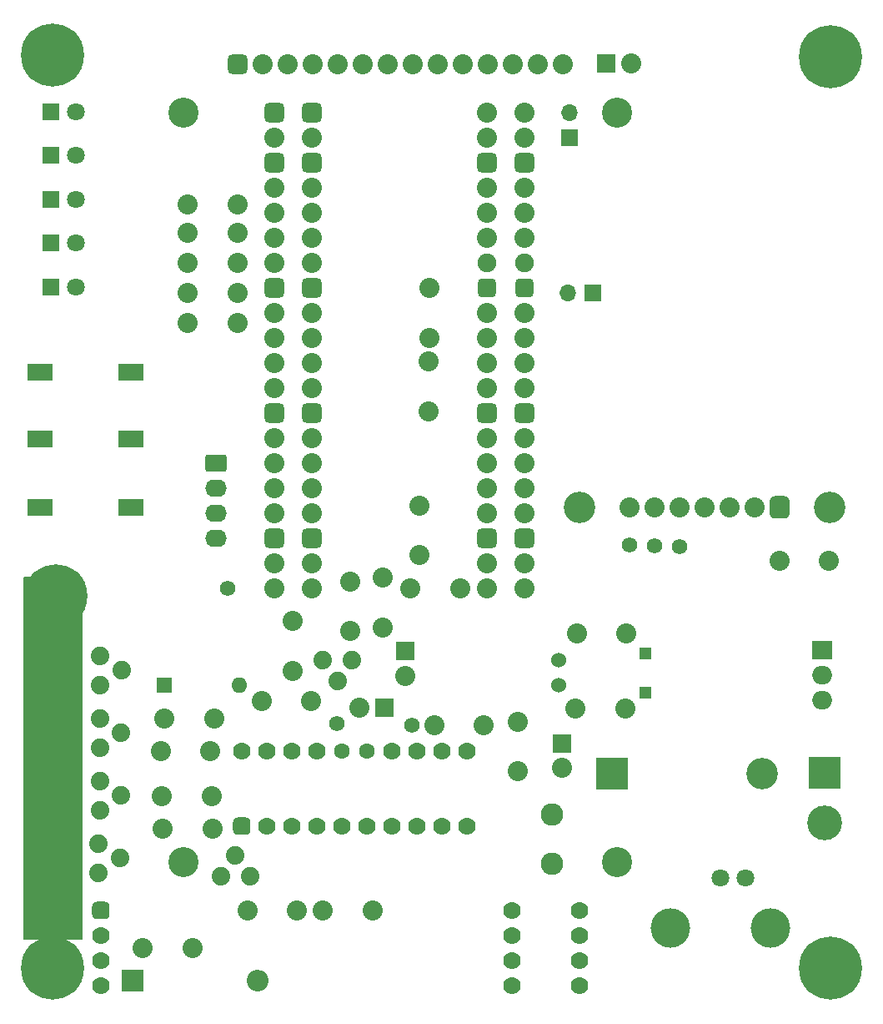
<source format=gbr>
%TF.GenerationSoftware,KiCad,Pcbnew,(6.0.10)*%
%TF.CreationDate,2023-01-18T20:55:07+05:30*%
%TF.ProjectId,RDX v2,52445820-7632-42e6-9b69-6361645f7063,rev?*%
%TF.SameCoordinates,Original*%
%TF.FileFunction,Soldermask,Bot*%
%TF.FilePolarity,Negative*%
%FSLAX46Y46*%
G04 Gerber Fmt 4.6, Leading zero omitted, Abs format (unit mm)*
G04 Created by KiCad (PCBNEW (6.0.10)) date 2023-01-18 20:55:07*
%MOMM*%
%LPD*%
G01*
G04 APERTURE LIST*
G04 Aperture macros list*
%AMRoundRect*
0 Rectangle with rounded corners*
0 $1 Rounding radius*
0 $2 $3 $4 $5 $6 $7 $8 $9 X,Y pos of 4 corners*
0 Add a 4 corners polygon primitive as box body*
4,1,4,$2,$3,$4,$5,$6,$7,$8,$9,$2,$3,0*
0 Add four circle primitives for the rounded corners*
1,1,$1+$1,$2,$3*
1,1,$1+$1,$4,$5*
1,1,$1+$1,$6,$7*
1,1,$1+$1,$8,$9*
0 Add four rect primitives between the rounded corners*
20,1,$1+$1,$2,$3,$4,$5,0*
20,1,$1+$1,$4,$5,$6,$7,0*
20,1,$1+$1,$6,$7,$8,$9,0*
20,1,$1+$1,$8,$9,$2,$3,0*%
G04 Aperture macros list end*
%ADD10C,0.150000*%
%ADD11RoundRect,0.444500X-0.444500X-0.444500X0.444500X-0.444500X0.444500X0.444500X-0.444500X0.444500X0*%
%ADD12C,1.778000*%
%ADD13C,1.574800*%
%ADD14C,2.032000*%
%ADD15C,0.800000*%
%ADD16C,6.400000*%
%ADD17RoundRect,0.250000X-0.845000X0.620000X-0.845000X-0.620000X0.845000X-0.620000X0.845000X0.620000X0*%
%ADD18O,2.190000X1.740000*%
%ADD19R,2.200000X2.200000*%
%ADD20O,2.200000X2.200000*%
%ADD21R,1.905000X1.905000*%
%ADD22R,3.302000X3.302000*%
%ADD23C,3.530600*%
%ADD24C,1.524000*%
%ADD25R,1.200000X1.200000*%
%ADD26R,3.200000X3.200000*%
%ADD27O,3.200000X3.200000*%
%ADD28C,1.879600*%
%ADD29C,4.000000*%
%ADD30C,1.800000*%
%ADD31R,1.700000X1.700000*%
%ADD32O,1.700000X1.700000*%
%ADD33RoundRect,0.508000X-0.508000X-0.508000X0.508000X-0.508000X0.508000X0.508000X-0.508000X0.508000X0*%
%ADD34RoundRect,0.476250X-0.476250X-0.476250X0.476250X-0.476250X0.476250X0.476250X-0.476250X0.476250X0*%
%ADD35C,1.905000*%
%ADD36C,3.200000*%
%ADD37RoundRect,0.508000X-0.508000X0.635000X-0.508000X-0.635000X0.508000X-0.635000X0.508000X0.635000X0*%
%ADD38C,2.286000*%
%ADD39RoundRect,0.444500X0.444500X-0.444500X0.444500X0.444500X-0.444500X0.444500X-0.444500X-0.444500X0*%
%ADD40C,1.600000*%
%ADD41R,1.600000X1.600000*%
%ADD42O,1.600000X1.600000*%
%ADD43R,2.000000X1.905000*%
%ADD44O,2.000000X1.905000*%
%ADD45R,1.800000X1.800000*%
%ADD46R,2.540000X1.778000*%
%ADD47C,3.048000*%
%ADD48RoundRect,0.508000X-0.508000X0.508000X-0.508000X-0.508000X0.508000X-0.508000X0.508000X0.508000X0*%
G04 APERTURE END LIST*
D10*
X71069200Y-111887000D02*
X76860400Y-111887000D01*
X76860400Y-111887000D02*
X76860400Y-148564600D01*
X76860400Y-148564600D02*
X71069200Y-148564600D01*
X71069200Y-148564600D02*
X71069200Y-111887000D01*
G36*
X71069200Y-111887000D02*
G01*
X76860400Y-111887000D01*
X76860400Y-148564600D01*
X71069200Y-148564600D01*
X71069200Y-111887000D01*
G37*
D11*
%TO.C,M3*%
X78782000Y-145697750D03*
D12*
X78782000Y-148237750D03*
X78782000Y-150777750D03*
X127448400Y-150777750D03*
X120590400Y-145697750D03*
X127448400Y-153317750D03*
X78782000Y-153317750D03*
X120590400Y-148237750D03*
X120590400Y-153317750D03*
X127448400Y-148237750D03*
X127448400Y-145697750D03*
X120590400Y-150777750D03*
%TD*%
D13*
%TO.C,J3*%
X132461000Y-108585000D03*
%TD*%
D14*
%TO.C,C18*%
X90043000Y-134112000D03*
X85043000Y-134112000D03*
%TD*%
%TO.C,C9*%
X115276000Y-113030000D03*
X110276000Y-113030000D03*
%TD*%
D15*
%TO.C,H3*%
X73914000Y-56528000D03*
X73914000Y-61328000D03*
X75611056Y-57230944D03*
X71514000Y-58928000D03*
X72216944Y-57230944D03*
D16*
X73914000Y-58928000D03*
D15*
X75611056Y-60625056D03*
X72216944Y-60625056D03*
X76314000Y-58928000D03*
%TD*%
D14*
%TO.C,R6*%
X92710000Y-86106000D03*
X87630000Y-86106000D03*
%TD*%
%TO.C,C16*%
X89916000Y-129540000D03*
X84916000Y-129540000D03*
%TD*%
%TO.C,C14*%
X90130000Y-137414000D03*
X85130000Y-137414000D03*
%TD*%
D17*
%TO.C,J6*%
X90531000Y-100330000D03*
D18*
X90531000Y-102870000D03*
X90531000Y-105410000D03*
X90531000Y-107950000D03*
%TD*%
D19*
%TO.C,D8*%
X82031200Y-152781000D03*
D20*
X94731200Y-152781000D03*
%TD*%
D14*
%TO.C,R7*%
X101371400Y-145694400D03*
X106451400Y-145694400D03*
%TD*%
%TO.C,R4*%
X92710000Y-83058000D03*
X87630000Y-83058000D03*
%TD*%
D16*
%TO.C,H1*%
X152908000Y-151511000D03*
D15*
X151210944Y-149813944D03*
X154605056Y-149813944D03*
X152908000Y-149111000D03*
X152908000Y-153911000D03*
X154605056Y-153208056D03*
X155308000Y-151511000D03*
X151210944Y-153208056D03*
X150508000Y-151511000D03*
%TD*%
D21*
%TO.C,C6*%
X125603000Y-128715888D03*
D14*
X125603000Y-131215888D03*
%TD*%
D22*
%TO.C,J12*%
X152273000Y-131699000D03*
D23*
X152273000Y-136779000D03*
%TD*%
D24*
%TO.C,Y1*%
X125330000Y-122839000D03*
X125330000Y-120299000D03*
D25*
X134080000Y-123569000D03*
X134080000Y-119569000D03*
%TD*%
D14*
%TO.C,R12*%
X85217000Y-126238000D03*
X90297000Y-126238000D03*
%TD*%
D21*
%TO.C,C3*%
X107605713Y-125069600D03*
D14*
X105105713Y-125069600D03*
%TD*%
D26*
%TO.C,D7*%
X130683000Y-131826000D03*
D27*
X145923000Y-131826000D03*
%TD*%
D14*
%TO.C,R8*%
X98298000Y-116332000D03*
X98298000Y-121412000D03*
%TD*%
%TO.C,C10*%
X127127000Y-117602000D03*
X132127000Y-117602000D03*
%TD*%
%TO.C,C11*%
X127040000Y-125222000D03*
X132040000Y-125222000D03*
%TD*%
%TO.C,R2*%
X92710000Y-80010000D03*
X87630000Y-80010000D03*
%TD*%
D13*
%TO.C,J1*%
X91694000Y-113030000D03*
%TD*%
D15*
%TO.C,H5*%
X74218800Y-111392000D03*
X75915856Y-112094944D03*
D16*
X74218800Y-113792000D03*
D15*
X71818800Y-113792000D03*
X74218800Y-116192000D03*
X72521744Y-112094944D03*
X75915856Y-115489056D03*
X76618800Y-113792000D03*
X72521744Y-115489056D03*
%TD*%
D21*
%TO.C,C8*%
X109728000Y-119380000D03*
D14*
X109728000Y-121880000D03*
%TD*%
D28*
%TO.C,Q3*%
X78600301Y-138861842D03*
X80733901Y-140335042D03*
X78600301Y-141833642D03*
%TD*%
D14*
%TO.C,C2*%
X112689000Y-126873000D03*
X117689000Y-126873000D03*
%TD*%
%TO.C,C15*%
X104140000Y-117348000D03*
X104140000Y-112348000D03*
%TD*%
D28*
%TO.C,Q6*%
X78727301Y-126161842D03*
X80860901Y-127635042D03*
X78727301Y-129133642D03*
%TD*%
D14*
%TO.C,C12*%
X93740600Y-145643600D03*
X98740600Y-145643600D03*
%TD*%
D13*
%TO.C,J2*%
X110388400Y-126873000D03*
%TD*%
D15*
%TO.C,H2*%
X152908000Y-61455000D03*
X151210944Y-57357944D03*
X154605056Y-57357944D03*
D16*
X152908000Y-59055000D03*
D15*
X155308000Y-59055000D03*
X154605056Y-60752056D03*
X152908000Y-56655000D03*
X150508000Y-59055000D03*
X151210944Y-60752056D03*
%TD*%
D29*
%TO.C,J11*%
X136652000Y-147442000D03*
X146812000Y-147442000D03*
D30*
X141732000Y-142362000D03*
X144272000Y-142362000D03*
%TD*%
D31*
%TO.C,J8*%
X128783000Y-83058000D03*
D32*
X126243000Y-83058000D03*
%TD*%
D28*
%TO.C,Q2*%
X104343158Y-120256301D03*
X102869958Y-122389901D03*
X101371358Y-120256301D03*
%TD*%
D14*
%TO.C,C17*%
X83098000Y-149479000D03*
X88098000Y-149479000D03*
%TD*%
D13*
%TO.C,J5*%
X137617200Y-108762800D03*
%TD*%
D28*
%TO.C,Q5*%
X78765400Y-119811800D03*
X80899000Y-121285000D03*
X78765400Y-122783600D03*
%TD*%
%TO.C,Q4*%
X78727301Y-132511842D03*
X80860901Y-133985042D03*
X78727301Y-135483642D03*
%TD*%
%TO.C,Q1*%
X90982800Y-142214600D03*
X92456000Y-140081000D03*
X93954600Y-142214600D03*
%TD*%
D14*
%TO.C,R1*%
X92710000Y-74041000D03*
X87630000Y-74041000D03*
%TD*%
D33*
%TO.C,M2*%
X96393000Y-64770000D03*
X100203000Y-64770000D03*
D14*
X96393000Y-67310000D03*
X100203000Y-67310000D03*
D33*
X96393000Y-69850000D03*
X100203000Y-69850000D03*
D14*
X96393000Y-72390000D03*
X100203000Y-72390000D03*
X100203000Y-74930000D03*
X96393000Y-74930000D03*
X96393000Y-77470000D03*
X100203000Y-77470000D03*
X96393000Y-80010000D03*
X100203000Y-80010000D03*
D33*
X100203000Y-82550000D03*
X96393000Y-82550000D03*
D14*
X96393000Y-85090000D03*
X100203000Y-85090000D03*
X100203000Y-87630000D03*
X96393000Y-87630000D03*
X100203000Y-90170000D03*
X96393000Y-90170000D03*
X100203000Y-92710000D03*
X96393000Y-92710000D03*
D33*
X100203000Y-95250000D03*
X96393000Y-95250000D03*
D14*
X100203000Y-97790000D03*
X96393000Y-97790000D03*
X100203000Y-100330000D03*
X96393000Y-100330000D03*
X100203000Y-102870000D03*
X96393000Y-102870000D03*
X100203000Y-105410000D03*
X96393000Y-105410000D03*
D33*
X96393000Y-107950000D03*
X100203000Y-107950000D03*
D14*
X96393000Y-110490000D03*
X100203000Y-110490000D03*
X96393000Y-113030000D03*
X100203000Y-113030000D03*
X121793000Y-113030000D03*
X117983000Y-113030000D03*
X121793000Y-110490000D03*
X117983000Y-110490000D03*
D33*
X121793000Y-107950000D03*
X117983000Y-107950000D03*
D14*
X117983000Y-105410000D03*
X121793000Y-105410000D03*
X117983000Y-102870000D03*
X121793000Y-102870000D03*
X121793000Y-100330000D03*
X117983000Y-100330000D03*
X117983000Y-97790000D03*
X121793000Y-97790000D03*
D33*
X117983000Y-95250000D03*
X121793000Y-95250000D03*
D14*
X117983000Y-92710000D03*
X121793000Y-92710000D03*
X117983000Y-90170000D03*
X121793000Y-90170000D03*
X117983000Y-87630000D03*
X121793000Y-87630000D03*
X121793000Y-85090000D03*
X117983000Y-85090000D03*
D34*
X117983000Y-82550000D03*
X121793000Y-82550000D03*
D35*
X121793000Y-80010000D03*
X117983000Y-80010000D03*
D14*
X117983000Y-77470000D03*
X121793000Y-77470000D03*
X121793000Y-74930000D03*
X117983000Y-74930000D03*
X121793000Y-72390000D03*
X117983000Y-72390000D03*
D33*
X117983000Y-69850000D03*
X121793000Y-69850000D03*
D14*
X121793000Y-67310000D03*
X117983000Y-67310000D03*
X117983000Y-64770000D03*
X121793000Y-64770000D03*
%TD*%
%TO.C,R9*%
X107442000Y-116967000D03*
X107442000Y-111887000D03*
%TD*%
D36*
%TO.C,M1*%
X127381000Y-104775000D03*
X152781000Y-104775000D03*
D37*
X147701000Y-104775000D03*
D14*
X145161000Y-104775000D03*
X142621000Y-104775000D03*
X140081000Y-104775000D03*
X137541000Y-104775000D03*
X135001000Y-104775000D03*
X132461000Y-104775000D03*
%TD*%
D31*
%TO.C,J7*%
X126390400Y-67284600D03*
D32*
X126390400Y-64744600D03*
%TD*%
D14*
%TO.C,C5*%
X147715600Y-110185200D03*
X152715600Y-110185200D03*
%TD*%
D15*
%TO.C,H4*%
X73914000Y-153911000D03*
X75611056Y-153208056D03*
X72216944Y-153208056D03*
X71514000Y-151511000D03*
D16*
X73914000Y-151511000D03*
D15*
X76314000Y-151511000D03*
X72216944Y-149813944D03*
X75611056Y-149813944D03*
X73914000Y-149111000D03*
%TD*%
D13*
%TO.C,J4*%
X135026400Y-108635800D03*
%TD*%
D38*
%TO.C,C1*%
X124587000Y-135930000D03*
X124587000Y-140930000D03*
%TD*%
D13*
%TO.C,J9*%
X102793800Y-126720600D03*
%TD*%
D39*
%TO.C,U4*%
X93096000Y-137150000D03*
D12*
X95636000Y-137150000D03*
X98176000Y-137150000D03*
X100716000Y-137150000D03*
X103256000Y-137150000D03*
X105796000Y-137150000D03*
X108336000Y-137150000D03*
X110876000Y-137150000D03*
X113416000Y-137150000D03*
X115956000Y-137150000D03*
X115956000Y-129530000D03*
X113416000Y-129530000D03*
X110876000Y-129530000D03*
X108336000Y-129530000D03*
D40*
X105796000Y-129530000D03*
X103256000Y-129530000D03*
D12*
X100716000Y-129530000D03*
X98176000Y-129530000D03*
X95636000Y-129530000D03*
X93096000Y-129530000D03*
%TD*%
D41*
%TO.C,D6*%
X85217000Y-122809000D03*
D42*
X92837000Y-122809000D03*
%TD*%
D14*
%TO.C,R3*%
X92710000Y-76962000D03*
X87630000Y-76962000D03*
%TD*%
%TO.C,R11*%
X112090200Y-89941400D03*
X112090200Y-95021400D03*
%TD*%
%TO.C,R10*%
X112141000Y-82524600D03*
X112141000Y-87604600D03*
%TD*%
%TO.C,C13*%
X100163000Y-124460000D03*
X95163000Y-124460000D03*
%TD*%
%TO.C,C4*%
X121158000Y-131532000D03*
X121158000Y-126532000D03*
%TD*%
D21*
%TO.C,C7*%
X130138288Y-59766200D03*
D14*
X132638288Y-59766200D03*
%TD*%
%TO.C,C19*%
X111175800Y-104637200D03*
X111175800Y-109637200D03*
%TD*%
D43*
%TO.C,U1*%
X152090000Y-119253000D03*
D44*
X152090000Y-121793000D03*
X152090000Y-124333000D03*
%TD*%
D45*
%TO.C,D1*%
X73782000Y-64643000D03*
D30*
X76322000Y-64643000D03*
%TD*%
D45*
%TO.C,D3*%
X73782000Y-69088000D03*
D30*
X76322000Y-69088000D03*
%TD*%
D45*
%TO.C,D2*%
X73782000Y-73533000D03*
D30*
X76322000Y-73533000D03*
%TD*%
D46*
%TO.C,SW3*%
X81841400Y-104800400D03*
X72641400Y-104800400D03*
%TD*%
D47*
%TO.C,U5*%
X87239000Y-64705000D03*
X131239000Y-64705000D03*
X131239000Y-140785000D03*
X87239000Y-140785000D03*
D48*
X92729000Y-59785000D03*
D14*
X95269000Y-59785000D03*
X97809000Y-59785000D03*
X100349000Y-59785000D03*
X102889000Y-59785000D03*
X105429000Y-59785000D03*
X107969000Y-59785000D03*
X110509000Y-59785000D03*
X113049000Y-59785000D03*
X115589000Y-59785000D03*
X118129000Y-59785000D03*
X120669000Y-59785000D03*
X123209000Y-59785000D03*
X125749000Y-59785000D03*
%TD*%
D45*
%TO.C,D5*%
X73782000Y-82423000D03*
D30*
X76322000Y-82423000D03*
%TD*%
D46*
%TO.C,SW1*%
X81841400Y-91084400D03*
X72641400Y-91084400D03*
%TD*%
D45*
%TO.C,D4*%
X73782000Y-77978000D03*
D30*
X76322000Y-77978000D03*
%TD*%
D46*
%TO.C,SW2*%
X81841400Y-97815400D03*
X72641400Y-97815400D03*
%TD*%
M02*

</source>
